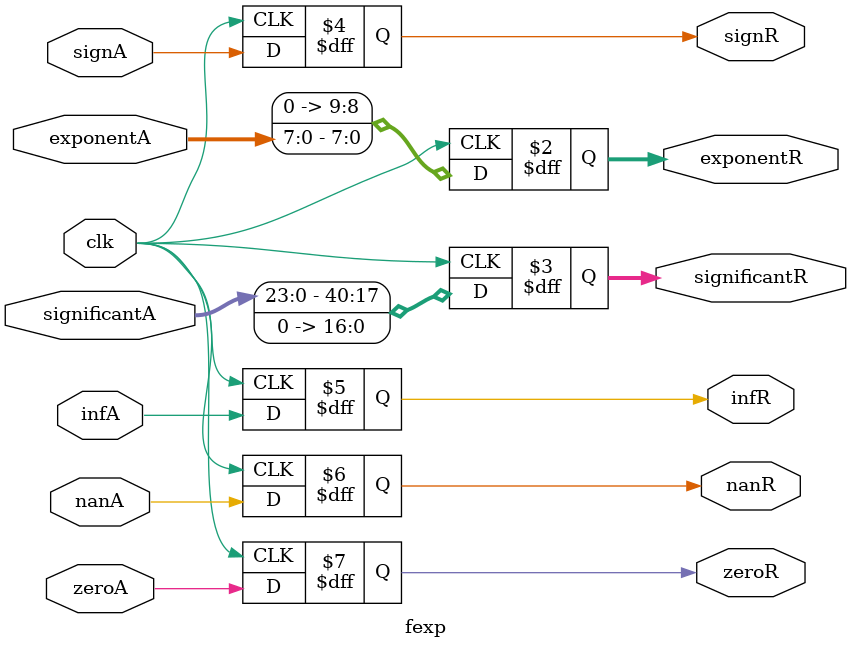
<source format=sv>
module fexp #(
                parameter int FW1   = 23,
                parameter int FW2   = 40,
                parameter int EW1    = 8,
                parameter int EW2    = 10
            )(
                input logic clk,

                input logic [EW1 - 1 : 0]   exponentA,
                input logic [FW1 : 0]       significantA,
                input logic signA,
                input logic infA,
                input logic nanA,
                input logic zeroA,

                output logic [EW2 - 1 : 0]   exponentR,
                output logic [FW2 : 0]       significantR,
                output logic signR,
                output logic infR,
                output logic nanR,
                output logic zeroR
            );


    always_ff @( posedge clk ) begin
        significantR    <= {significantA, {FW2 - FW1{1'b0}}};
        exponentR       <= {{EW2 - EW1{1'b0}}, exponentA};
        signR           <= signA;
        infR            <= infA;
        nanR            <= nanA;
        zeroR           <= zeroA;
    end
endmodule
</source>
